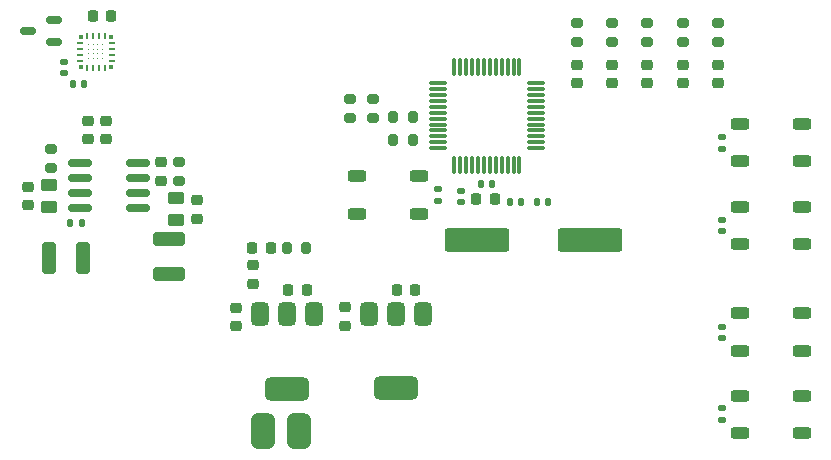
<source format=gtp>
G04 #@! TF.GenerationSoftware,KiCad,Pcbnew,9.0.0*
G04 #@! TF.CreationDate,2025-08-07T23:08:42-07:00*
G04 #@! TF.ProjectId,pocket_radio_v3,706f636b-6574-45f7-9261-64696f5f7633,rev?*
G04 #@! TF.SameCoordinates,Original*
G04 #@! TF.FileFunction,Paste,Top*
G04 #@! TF.FilePolarity,Positive*
%FSLAX46Y46*%
G04 Gerber Fmt 4.6, Leading zero omitted, Abs format (unit mm)*
G04 Created by KiCad (PCBNEW 9.0.0) date 2025-08-07 23:08:42*
%MOMM*%
%LPD*%
G01*
G04 APERTURE LIST*
G04 Aperture macros list*
%AMRoundRect*
0 Rectangle with rounded corners*
0 $1 Rounding radius*
0 $2 $3 $4 $5 $6 $7 $8 $9 X,Y pos of 4 corners*
0 Add a 4 corners polygon primitive as box body*
4,1,4,$2,$3,$4,$5,$6,$7,$8,$9,$2,$3,0*
0 Add four circle primitives for the rounded corners*
1,1,$1+$1,$2,$3*
1,1,$1+$1,$4,$5*
1,1,$1+$1,$6,$7*
1,1,$1+$1,$8,$9*
0 Add four rect primitives between the rounded corners*
20,1,$1+$1,$2,$3,$4,$5,0*
20,1,$1+$1,$4,$5,$6,$7,0*
20,1,$1+$1,$6,$7,$8,$9,0*
20,1,$1+$1,$8,$9,$2,$3,0*%
G04 Aperture macros list end*
%ADD10RoundRect,0.200000X-0.200000X-0.275000X0.200000X-0.275000X0.200000X0.275000X-0.200000X0.275000X0*%
%ADD11RoundRect,0.200000X0.275000X-0.200000X0.275000X0.200000X-0.275000X0.200000X-0.275000X-0.200000X0*%
%ADD12RoundRect,0.140000X-0.170000X0.140000X-0.170000X-0.140000X0.170000X-0.140000X0.170000X0.140000X0*%
%ADD13RoundRect,0.150000X0.825000X0.150000X-0.825000X0.150000X-0.825000X-0.150000X0.825000X-0.150000X0*%
%ADD14RoundRect,0.250000X0.325000X1.100000X-0.325000X1.100000X-0.325000X-1.100000X0.325000X-1.100000X0*%
%ADD15RoundRect,0.150000X0.512500X0.150000X-0.512500X0.150000X-0.512500X-0.150000X0.512500X-0.150000X0*%
%ADD16RoundRect,0.200000X-0.275000X0.200000X-0.275000X-0.200000X0.275000X-0.200000X0.275000X0.200000X0*%
%ADD17RoundRect,0.500000X-0.500000X-1.000000X0.500000X-1.000000X0.500000X1.000000X-0.500000X1.000000X0*%
%ADD18RoundRect,0.300000X2.450000X0.700000X-2.450000X0.700000X-2.450000X-0.700000X2.450000X-0.700000X0*%
%ADD19RoundRect,0.140000X-0.140000X-0.170000X0.140000X-0.170000X0.140000X0.170000X-0.140000X0.170000X0*%
%ADD20RoundRect,0.250000X-0.525000X-0.250000X0.525000X-0.250000X0.525000X0.250000X-0.525000X0.250000X0*%
%ADD21RoundRect,0.218750X-0.256250X0.218750X-0.256250X-0.218750X0.256250X-0.218750X0.256250X0.218750X0*%
%ADD22RoundRect,0.250000X0.450000X-0.262500X0.450000X0.262500X-0.450000X0.262500X-0.450000X-0.262500X0*%
%ADD23RoundRect,0.250000X0.525000X0.250000X-0.525000X0.250000X-0.525000X-0.250000X0.525000X-0.250000X0*%
%ADD24R,0.000001X0.000001*%
%ADD25R,0.340000X0.340000*%
%ADD26R,0.280000X0.610000*%
%ADD27R,0.610000X0.280000*%
%ADD28RoundRect,0.250000X1.100000X-0.325000X1.100000X0.325000X-1.100000X0.325000X-1.100000X-0.325000X0*%
%ADD29RoundRect,0.218750X0.256250X-0.218750X0.256250X0.218750X-0.256250X0.218750X-0.256250X-0.218750X0*%
%ADD30RoundRect,0.225000X-0.250000X0.225000X-0.250000X-0.225000X0.250000X-0.225000X0.250000X0.225000X0*%
%ADD31RoundRect,0.375000X-0.375000X0.625000X-0.375000X-0.625000X0.375000X-0.625000X0.375000X0.625000X0*%
%ADD32RoundRect,0.500000X-1.400000X0.500000X-1.400000X-0.500000X1.400000X-0.500000X1.400000X0.500000X0*%
%ADD33RoundRect,0.225000X-0.225000X-0.250000X0.225000X-0.250000X0.225000X0.250000X-0.225000X0.250000X0*%
%ADD34RoundRect,0.225000X0.250000X-0.225000X0.250000X0.225000X-0.250000X0.225000X-0.250000X-0.225000X0*%
%ADD35RoundRect,0.218750X-0.218750X-0.256250X0.218750X-0.256250X0.218750X0.256250X-0.218750X0.256250X0*%
%ADD36RoundRect,0.140000X0.140000X0.170000X-0.140000X0.170000X-0.140000X-0.170000X0.140000X-0.170000X0*%
%ADD37RoundRect,0.200000X0.200000X0.275000X-0.200000X0.275000X-0.200000X-0.275000X0.200000X-0.275000X0*%
%ADD38RoundRect,0.075000X0.075000X-0.662500X0.075000X0.662500X-0.075000X0.662500X-0.075000X-0.662500X0*%
%ADD39RoundRect,0.075000X0.662500X-0.075000X0.662500X0.075000X-0.662500X0.075000X-0.662500X-0.075000X0*%
G04 APERTURE END LIST*
D10*
X135000000Y-84693095D03*
X136650000Y-84693095D03*
D11*
X106020000Y-87118095D03*
X106020000Y-85468095D03*
D12*
X162800000Y-107438095D03*
X162800000Y-108398095D03*
D13*
X113400000Y-90508095D03*
X113400000Y-89238095D03*
X113400000Y-87968095D03*
X113400000Y-86698095D03*
X108450000Y-86698095D03*
X108450000Y-87968095D03*
X108450000Y-89238095D03*
X108450000Y-90508095D03*
D14*
X108750000Y-94718095D03*
X105800000Y-94718095D03*
D12*
X162800000Y-100563095D03*
X162800000Y-101523095D03*
D15*
X106300000Y-76468095D03*
X106300000Y-74568095D03*
X104025000Y-75518095D03*
D16*
X159500000Y-74818095D03*
X159500000Y-76468095D03*
D17*
X123975000Y-109393095D03*
X126975000Y-109393095D03*
D18*
X151600000Y-93218095D03*
X142100000Y-93218095D03*
D19*
X147120000Y-89968095D03*
X148080000Y-89968095D03*
D11*
X116850000Y-88218095D03*
X116850000Y-86568095D03*
D20*
X164375000Y-106368095D03*
X169625000Y-106368095D03*
X164375000Y-109568095D03*
X169625000Y-109568095D03*
D21*
X162500000Y-78355595D03*
X162500000Y-79930595D03*
D22*
X116625000Y-91480595D03*
X116625000Y-89655595D03*
D23*
X137194811Y-91007826D03*
X131944811Y-91007826D03*
X137194811Y-87807826D03*
X131944811Y-87807826D03*
D11*
X131300000Y-82868095D03*
X131300000Y-81218095D03*
D22*
X105795000Y-90380595D03*
X105795000Y-88555595D03*
D24*
X110410000Y-76668095D03*
X110010000Y-76668095D03*
X109610000Y-76668095D03*
X109210000Y-76668095D03*
X110410000Y-77068095D03*
X110010000Y-77068095D03*
X109610000Y-77068095D03*
X109210000Y-77068095D03*
X110410000Y-77468095D03*
X110010000Y-77468095D03*
X109610000Y-77468095D03*
X109210000Y-77468095D03*
X110410000Y-77868095D03*
X110010000Y-77868095D03*
X109610000Y-77868095D03*
X109210000Y-77868095D03*
D25*
X111080000Y-75998095D03*
D26*
X110560000Y-75918095D03*
X110060000Y-75918095D03*
X109560000Y-75918095D03*
X109060000Y-75918095D03*
D25*
X108540000Y-75998095D03*
D27*
X108460000Y-76518095D03*
X108460000Y-77018095D03*
X108460000Y-77518095D03*
X108460000Y-78018095D03*
D25*
X108540000Y-78538095D03*
D26*
X109060000Y-78618095D03*
X109560000Y-78618095D03*
X110060000Y-78618095D03*
X110560000Y-78618095D03*
D25*
X111080000Y-78538095D03*
D27*
X111160000Y-78018095D03*
X111160000Y-77518095D03*
X111160000Y-77018095D03*
X111160000Y-76518095D03*
D16*
X156500000Y-74818095D03*
X156500000Y-76468095D03*
D21*
X159500000Y-78355595D03*
X159500000Y-79930595D03*
D28*
X116000000Y-96068095D03*
X116000000Y-93118095D03*
D16*
X162500000Y-74818095D03*
X162500000Y-76468095D03*
D21*
X153500000Y-78355595D03*
X153500000Y-79930595D03*
D12*
X140675000Y-89018095D03*
X140675000Y-89978095D03*
D29*
X123075000Y-96893095D03*
X123075000Y-95318095D03*
D30*
X130861633Y-98908240D03*
X130861633Y-100458240D03*
D31*
X137511633Y-99458240D03*
X135211633Y-99458240D03*
D32*
X135211633Y-105758240D03*
D31*
X132911633Y-99458240D03*
D33*
X142025000Y-89693095D03*
X143575000Y-89693095D03*
D34*
X110644782Y-84669224D03*
X110644782Y-83119224D03*
X104095000Y-90255595D03*
X104095000Y-88705595D03*
D12*
X162800000Y-91508095D03*
X162800000Y-92468095D03*
D20*
X164375000Y-99368095D03*
X169625000Y-99368095D03*
X164375000Y-102568095D03*
X169625000Y-102568095D03*
D30*
X121650000Y-98943095D03*
X121650000Y-100493095D03*
D35*
X109525000Y-74268095D03*
X111100000Y-74268095D03*
D16*
X150500000Y-74818095D03*
X150500000Y-76468095D03*
D34*
X118350000Y-91393095D03*
X118350000Y-89843095D03*
D12*
X138744811Y-88902826D03*
X138744811Y-89862826D03*
D20*
X164375000Y-83343095D03*
X169625000Y-83343095D03*
X164375000Y-86543095D03*
X169625000Y-86543095D03*
D19*
X142420000Y-88493095D03*
X143380000Y-88493095D03*
D12*
X162800000Y-84493095D03*
X162800000Y-85453095D03*
D21*
X150500000Y-78355595D03*
X150500000Y-79930595D03*
D20*
X164375000Y-90368095D03*
X169625000Y-90368095D03*
X164375000Y-93568095D03*
X169625000Y-93568095D03*
D21*
X156500000Y-78355595D03*
X156500000Y-79930595D03*
D11*
X133250000Y-82868095D03*
X133250000Y-81218095D03*
D36*
X145805000Y-89968095D03*
X144845000Y-89968095D03*
D33*
X135311633Y-97458240D03*
X136861633Y-97458240D03*
X126100000Y-97468095D03*
X127650000Y-97468095D03*
D12*
X107130000Y-78108095D03*
X107130000Y-79068095D03*
D19*
X107650000Y-91793095D03*
X108610000Y-91793095D03*
D31*
X128275000Y-99493095D03*
X125975000Y-99493095D03*
D32*
X125975000Y-105793095D03*
D31*
X123675000Y-99493095D03*
D36*
X108785000Y-79968095D03*
X107825000Y-79968095D03*
D37*
X127625000Y-93843095D03*
X125975000Y-93843095D03*
D10*
X134975000Y-82818095D03*
X136625000Y-82818095D03*
D34*
X115350000Y-88168095D03*
X115350000Y-86618095D03*
D16*
X153500000Y-74818095D03*
X153500000Y-76468095D03*
D38*
X140162500Y-86830595D03*
X140662500Y-86830595D03*
X141162500Y-86830595D03*
X141662500Y-86830595D03*
X142162500Y-86830595D03*
X142662500Y-86830595D03*
X143162500Y-86830595D03*
X143662500Y-86830595D03*
X144162500Y-86830595D03*
X144662500Y-86830595D03*
X145162500Y-86830595D03*
X145662500Y-86830595D03*
D39*
X147075000Y-85418095D03*
X147075000Y-84918095D03*
X147075000Y-84418095D03*
X147075000Y-83918095D03*
X147075000Y-83418095D03*
X147075000Y-82918095D03*
X147075000Y-82418095D03*
X147075000Y-81918095D03*
X147075000Y-81418095D03*
X147075000Y-80918095D03*
X147075000Y-80418095D03*
X147075000Y-79918095D03*
D38*
X145662500Y-78505595D03*
X145162500Y-78505595D03*
X144662500Y-78505595D03*
X144162500Y-78505595D03*
X143662500Y-78505595D03*
X143162500Y-78505595D03*
X142662500Y-78505595D03*
X142162500Y-78505595D03*
X141662500Y-78505595D03*
X141162500Y-78505595D03*
X140662500Y-78505595D03*
X140162500Y-78505595D03*
D39*
X138750000Y-79918095D03*
X138750000Y-80418095D03*
X138750000Y-80918095D03*
X138750000Y-81418095D03*
X138750000Y-81918095D03*
X138750000Y-82418095D03*
X138750000Y-82918095D03*
X138750000Y-83418095D03*
X138750000Y-83918095D03*
X138750000Y-84418095D03*
X138750000Y-84918095D03*
X138750000Y-85418095D03*
D34*
X109169782Y-84669224D03*
X109169782Y-83119224D03*
D33*
X123050000Y-93843095D03*
X124600000Y-93843095D03*
M02*

</source>
